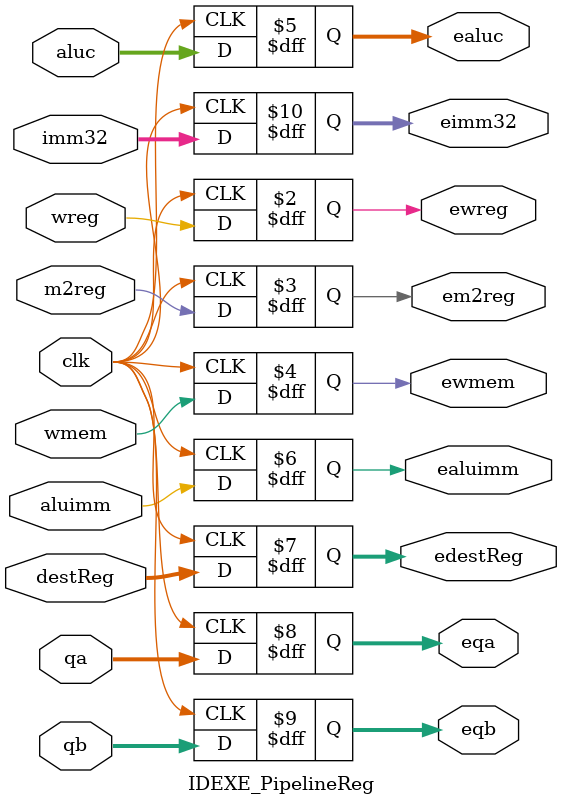
<source format=v>

module IDEXE_PipelineReg(
    input wreg,
    input m2reg,
    input wmem,
    input [3:0] aluc,
    input aluimm,
    input [4:0] destReg,
    input [31:0] qa,
    input [31:0] qb,
    input [31:0] imm32,
    input clk,
    
    output reg ewreg,
    output reg em2reg,
    output reg ewmem,
    output reg [3:0] ealuc,
    output reg ealuimm,
    output reg [4:0] edestReg,
    output reg [31:0] eqa,
    output reg [31:0] eqb,
    output reg [31:0] eimm32
);

    always @(posedge clk)
    begin
        ewreg <= wreg;
        em2reg <= m2reg;
        ewmem <= wmem;
        ealuc <= aluc;
        ealuimm <= aluimm;
        edestReg <= destReg;
        eqa <= qa;
        eqb <= qb;
        eimm32 <= imm32;
    end
endmodule
</source>
